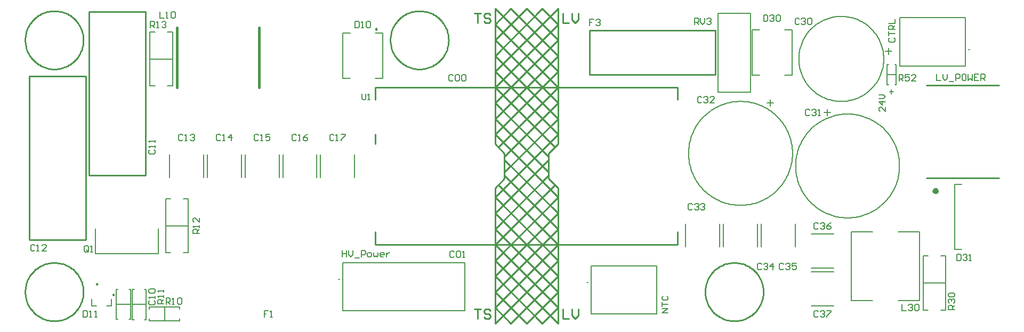
<source format=gto>
G04*
G04 #@! TF.GenerationSoftware,Altium Limited,Altium Designer,24.3.1 (35)*
G04*
G04 Layer_Color=65535*
%FSLAX25Y25*%
%MOIN*%
G70*
G04*
G04 #@! TF.SameCoordinates,FD519535-7E5F-4FBF-A31B-089F6CA01B13*
G04*
G04*
G04 #@! TF.FilePolarity,Positive*
G04*
G01*
G75*
%ADD10C,0.00787*%
%ADD11C,0.00984*%
%ADD12C,0.01968*%
%ADD13C,0.00591*%
%ADD14C,0.01575*%
%ADD15C,0.01000*%
%ADD16C,0.00630*%
%ADD17C,0.00500*%
D10*
X656496Y283465D02*
X656477Y284464D01*
X656421Y285462D01*
X656327Y286458D01*
X656196Y287449D01*
X656027Y288434D01*
X655822Y289413D01*
X655580Y290383D01*
X655301Y291343D01*
X654987Y292292D01*
X654637Y293229D01*
X654252Y294152D01*
X653833Y295059D01*
X653380Y295951D01*
X652894Y296824D01*
X652375Y297679D01*
X651825Y298513D01*
X651243Y299326D01*
X650631Y300117D01*
X649990Y300885D01*
X649321Y301627D01*
X648624Y302344D01*
X647900Y303034D01*
X647152Y303696D01*
X646379Y304330D01*
X645582Y304935D01*
X644763Y305508D01*
X643924Y306051D01*
X643064Y306562D01*
X642186Y307040D01*
X641291Y307485D01*
X640379Y307895D01*
X639453Y308271D01*
X638513Y308612D01*
X637561Y308918D01*
X636598Y309187D01*
X635626Y309420D01*
X634645Y309616D01*
X633658Y309775D01*
X632666Y309897D01*
X631670Y309982D01*
X630671Y310029D01*
X629671Y310038D01*
X628672Y310010D01*
X627674Y309944D01*
X626680Y309841D01*
X625690Y309700D01*
X624706Y309523D01*
X623730Y309308D01*
X622762Y309057D01*
X621804Y308769D01*
X620858Y308446D01*
X619925Y308088D01*
X619006Y307694D01*
X618102Y307266D01*
X617215Y306805D01*
X616346Y306311D01*
X615497Y305784D01*
X614667Y305225D01*
X613860Y304636D01*
X613074Y304017D01*
X612313Y303369D01*
X611577Y302693D01*
X610867Y301989D01*
X610183Y301259D01*
X609528Y300504D01*
X608902Y299725D01*
X608305Y298923D01*
X607739Y298099D01*
X607204Y297254D01*
X606701Y296390D01*
X606232Y295507D01*
X605795Y294607D01*
X605393Y293692D01*
X605026Y292762D01*
X604694Y291819D01*
X604397Y290864D01*
X604137Y289899D01*
X603913Y288925D01*
X603726Y287943D01*
X603577Y286954D01*
X603464Y285961D01*
X603389Y284964D01*
X603351Y283964D01*
Y282965D01*
X603389Y281966D01*
X603464Y280969D01*
X603577Y279975D01*
X603726Y278987D01*
X603913Y278005D01*
X604137Y277030D01*
X604397Y276065D01*
X604694Y275110D01*
X605026Y274167D01*
X605393Y273237D01*
X605795Y272322D01*
X606232Y271422D01*
X606701Y270540D01*
X607204Y269675D01*
X607739Y268831D01*
X608305Y268007D01*
X608902Y267204D01*
X609528Y266425D01*
X610183Y265670D01*
X610867Y264940D01*
X611577Y264237D01*
X612313Y263560D01*
X613074Y262912D01*
X613859Y262293D01*
X614667Y261704D01*
X615496Y261145D01*
X616346Y260619D01*
X617215Y260124D01*
X618102Y259663D01*
X619006Y259235D01*
X619925Y258842D01*
X620858Y258483D01*
X621804Y258160D01*
X622762Y257872D01*
X623730Y257621D01*
X624706Y257406D01*
X625690Y257229D01*
X626680Y257088D01*
X627674Y256985D01*
X628672Y256919D01*
X629671Y256891D01*
X630671Y256900D01*
X631670Y256947D01*
X632666Y257032D01*
X633658Y257154D01*
X634645Y257313D01*
X635626Y257509D01*
X636598Y257742D01*
X637561Y258012D01*
X638513Y258317D01*
X639453Y258658D01*
X640379Y259034D01*
X641291Y259445D01*
X642186Y259889D01*
X643064Y260367D01*
X643924Y260878D01*
X644763Y261421D01*
X645582Y261995D01*
X646379Y262599D01*
X647152Y263233D01*
X647900Y263895D01*
X648624Y264585D01*
X649321Y265302D01*
X649990Y266045D01*
X650631Y266812D01*
X651243Y267603D01*
X651825Y268416D01*
X652375Y269250D01*
X652894Y270105D01*
X653380Y270979D01*
X653833Y271870D01*
X654252Y272778D01*
X654637Y273700D01*
X654987Y274637D01*
X655301Y275586D01*
X655580Y276546D01*
X655822Y277516D01*
X656027Y278495D01*
X656196Y279480D01*
X656327Y280471D01*
X656421Y281467D01*
X656477Y282465D01*
X656496Y283465D01*
X666339Y216535D02*
X666323Y217536D01*
X666277Y218535D01*
X666200Y219532D01*
X666092Y220527D01*
X665954Y221518D01*
X665786Y222504D01*
X665587Y223484D01*
X665358Y224458D01*
X665099Y225424D01*
X664810Y226382D01*
X664492Y227330D01*
X664145Y228269D01*
X663770Y229196D01*
X663366Y230111D01*
X662933Y231013D01*
X662474Y231902D01*
X661987Y232776D01*
X661474Y233634D01*
X660934Y234476D01*
X660369Y235302D01*
X659778Y236109D01*
X659163Y236898D01*
X658524Y237668D01*
X657862Y238417D01*
X657176Y239146D01*
X656469Y239853D01*
X655740Y240539D01*
X654991Y241201D01*
X654221Y241840D01*
X653432Y242455D01*
X652625Y243046D01*
X651799Y243611D01*
X650957Y244151D01*
X650098Y244664D01*
X649225Y245151D01*
X648336Y245611D01*
X647434Y246043D01*
X646519Y246447D01*
X645591Y246822D01*
X644653Y247169D01*
X643705Y247487D01*
X642747Y247776D01*
X641781Y248035D01*
X640807Y248264D01*
X639826Y248463D01*
X638840Y248631D01*
X637850Y248770D01*
X636855Y248877D01*
X635858Y248954D01*
X634859Y249000D01*
X633858Y249016D01*
X632858Y249000D01*
X631859Y248954D01*
X630861Y248877D01*
X629867Y248769D01*
X628876Y248631D01*
X627890Y248463D01*
X626910Y248264D01*
X625936Y248035D01*
X624970Y247776D01*
X624012Y247487D01*
X623063Y247169D01*
X622125Y246822D01*
X621198Y246447D01*
X620283Y246043D01*
X619381Y245611D01*
X618492Y245151D01*
X617618Y244664D01*
X616759Y244151D01*
X615917Y243611D01*
X615092Y243046D01*
X614285Y242455D01*
X613495Y241840D01*
X612726Y241201D01*
X611976Y240539D01*
X611248Y239853D01*
X610540Y239146D01*
X609855Y238417D01*
X609193Y237668D01*
X608553Y236898D01*
X607938Y236109D01*
X607348Y235302D01*
X606783Y234476D01*
X606243Y233634D01*
X605729Y232775D01*
X605243Y231902D01*
X604783Y231013D01*
X604351Y230111D01*
X603947Y229196D01*
X603571Y228269D01*
X603224Y227330D01*
X602906Y226382D01*
X602618Y225424D01*
X602359Y224458D01*
X602130Y223484D01*
X601931Y222504D01*
X601762Y221517D01*
X601624Y220527D01*
X601516Y219532D01*
X601440Y218535D01*
X601393Y217535D01*
X601378Y216535D01*
X601393Y215535D01*
X601440Y214536D01*
X601516Y213538D01*
X601624Y212544D01*
X601762Y211553D01*
X601931Y210567D01*
X602130Y209587D01*
X602359Y208613D01*
X602618Y207647D01*
X602907Y206689D01*
X603224Y205740D01*
X603571Y204802D01*
X603947Y203875D01*
X604351Y202960D01*
X604783Y202058D01*
X605243Y201169D01*
X605730Y200295D01*
X606243Y199437D01*
X606783Y198594D01*
X607348Y197769D01*
X607938Y196961D01*
X608554Y196173D01*
X609193Y195403D01*
X609855Y194653D01*
X610540Y193925D01*
X611248Y193217D01*
X611977Y192532D01*
X612726Y191870D01*
X613496Y191230D01*
X614285Y190615D01*
X615092Y190025D01*
X615917Y189460D01*
X616760Y188920D01*
X617618Y188407D01*
X618492Y187920D01*
X619381Y187460D01*
X620283Y187028D01*
X621198Y186624D01*
X622125Y186248D01*
X623064Y185901D01*
X624012Y185583D01*
X624970Y185295D01*
X625936Y185036D01*
X626910Y184807D01*
X627890Y184608D01*
X628876Y184440D01*
X629867Y184301D01*
X630862Y184194D01*
X631859Y184117D01*
X632858Y184071D01*
X633858Y184055D01*
X634859Y184071D01*
X635858Y184117D01*
X636855Y184194D01*
X637850Y184301D01*
X638841Y184440D01*
X639827Y184608D01*
X640807Y184807D01*
X641781Y185036D01*
X642747Y185295D01*
X643705Y185584D01*
X644654Y185902D01*
X645592Y186249D01*
X646519Y186624D01*
X647434Y187028D01*
X648336Y187460D01*
X649225Y187920D01*
X650099Y188407D01*
X650957Y188920D01*
X651799Y189460D01*
X652625Y190025D01*
X653432Y190616D01*
X654221Y191231D01*
X654991Y191870D01*
X655740Y192532D01*
X656469Y193218D01*
X657176Y193925D01*
X657862Y194654D01*
X658524Y195403D01*
X659163Y196173D01*
X659778Y196962D01*
X660369Y197769D01*
X660934Y198595D01*
X661474Y199437D01*
X661987Y200295D01*
X662474Y201169D01*
X662934Y202058D01*
X663366Y202960D01*
X663770Y203875D01*
X664145Y204802D01*
X664492Y205741D01*
X664810Y206689D01*
X665099Y207647D01*
X665358Y208613D01*
X665587Y209587D01*
X665786Y210567D01*
X665954Y211554D01*
X666092Y212544D01*
X666200Y213539D01*
X666277Y214536D01*
X666323Y215535D01*
X666339Y216535D01*
X599409Y224409D02*
X599394Y225410D01*
X599348Y226409D01*
X599271Y227406D01*
X599163Y228401D01*
X599025Y229392D01*
X598856Y230378D01*
X598658Y231358D01*
X598428Y232332D01*
X598170Y233298D01*
X597881Y234256D01*
X597563Y235204D01*
X597216Y236143D01*
X596840Y237070D01*
X596436Y237985D01*
X596004Y238887D01*
X595545Y239776D01*
X595058Y240650D01*
X594544Y241508D01*
X594005Y242350D01*
X593439Y243176D01*
X592849Y243983D01*
X592234Y244772D01*
X591595Y245542D01*
X590932Y246291D01*
X590247Y247020D01*
X589540Y247727D01*
X588811Y248413D01*
X588061Y249075D01*
X587292Y249714D01*
X586503Y250329D01*
X585695Y250920D01*
X584870Y251485D01*
X584028Y252025D01*
X583169Y252538D01*
X582295Y253025D01*
X581407Y253485D01*
X580505Y253917D01*
X579590Y254321D01*
X578662Y254696D01*
X577724Y255043D01*
X576776Y255361D01*
X575818Y255650D01*
X574852Y255909D01*
X573878Y256138D01*
X572897Y256337D01*
X571911Y256505D01*
X570921Y256644D01*
X569926Y256751D01*
X568929Y256828D01*
X567929Y256874D01*
X566929Y256890D01*
X565929Y256874D01*
X564930Y256828D01*
X563932Y256751D01*
X562938Y256644D01*
X561947Y256505D01*
X560961Y256337D01*
X559980Y256138D01*
X559007Y255909D01*
X558040Y255650D01*
X557083Y255361D01*
X556134Y255043D01*
X555196Y254696D01*
X554269Y254321D01*
X553354Y253917D01*
X552451Y253485D01*
X551563Y253025D01*
X550689Y252538D01*
X549830Y252025D01*
X548988Y251485D01*
X548163Y250920D01*
X547355Y250329D01*
X546566Y249714D01*
X545797Y249075D01*
X545047Y248413D01*
X544318Y247727D01*
X543611Y247020D01*
X542926Y246291D01*
X542263Y245542D01*
X541624Y244772D01*
X541009Y243983D01*
X540419Y243176D01*
X539853Y242350D01*
X539314Y241508D01*
X538800Y240650D01*
X538313Y239776D01*
X537854Y238887D01*
X537422Y237985D01*
X537018Y237070D01*
X536642Y236143D01*
X536295Y235204D01*
X535977Y234256D01*
X535689Y233298D01*
X535430Y232332D01*
X535201Y231358D01*
X535002Y230378D01*
X534833Y229392D01*
X534695Y228401D01*
X534587Y227406D01*
X534510Y226409D01*
X534464Y225410D01*
X534449Y224409D01*
X534464Y223409D01*
X534510Y222410D01*
X534587Y221412D01*
X534695Y220418D01*
X534833Y219427D01*
X535002Y218441D01*
X535201Y217461D01*
X535430Y216487D01*
X535689Y215521D01*
X535977Y214563D01*
X536295Y213614D01*
X536642Y212676D01*
X537018Y211749D01*
X537422Y210834D01*
X537854Y209932D01*
X538314Y209043D01*
X538800Y208169D01*
X539314Y207311D01*
X539854Y206468D01*
X540419Y205643D01*
X541009Y204836D01*
X541624Y204047D01*
X542264Y203277D01*
X542926Y202527D01*
X543611Y201799D01*
X544319Y201091D01*
X545047Y200406D01*
X545797Y199744D01*
X546567Y199104D01*
X547356Y198489D01*
X548163Y197899D01*
X548988Y197334D01*
X549831Y196794D01*
X550689Y196281D01*
X551563Y195794D01*
X552452Y195334D01*
X553354Y194902D01*
X554269Y194498D01*
X555196Y194122D01*
X556134Y193775D01*
X557083Y193457D01*
X558041Y193169D01*
X559007Y192910D01*
X559981Y192681D01*
X560961Y192482D01*
X561947Y192314D01*
X562938Y192175D01*
X563932Y192068D01*
X564930Y191991D01*
X565929Y191945D01*
X566929Y191929D01*
X567930Y191945D01*
X568929Y191991D01*
X569926Y192068D01*
X570921Y192175D01*
X571912Y192314D01*
X572898Y192482D01*
X573878Y192681D01*
X574852Y192910D01*
X575818Y193169D01*
X576776Y193458D01*
X577724Y193776D01*
X578663Y194123D01*
X579590Y194498D01*
X580505Y194902D01*
X581407Y195334D01*
X582296Y195794D01*
X583170Y196281D01*
X584028Y196794D01*
X584870Y197334D01*
X585696Y197899D01*
X586503Y198490D01*
X587292Y199105D01*
X588062Y199744D01*
X588811Y200406D01*
X589540Y201092D01*
X590247Y201799D01*
X590933Y202528D01*
X591595Y203277D01*
X592234Y204047D01*
X592849Y204836D01*
X593440Y205643D01*
X594005Y206469D01*
X594545Y207311D01*
X595058Y208170D01*
X595545Y209044D01*
X596004Y209932D01*
X596437Y210834D01*
X596840Y211749D01*
X597216Y212677D01*
X597563Y213615D01*
X597881Y214563D01*
X598170Y215521D01*
X598428Y216487D01*
X598658Y217461D01*
X598856Y218442D01*
X599025Y219428D01*
X599163Y220418D01*
X599271Y221413D01*
X599348Y222410D01*
X599394Y223410D01*
X599409Y224409D01*
X316142Y145669D02*
X315354D01*
X316142D01*
X710236Y289370D02*
X709449D01*
X710236D01*
X471654Y143701D02*
X470866D01*
X471654D01*
X532677Y166142D02*
Y180315D01*
X553937Y166142D02*
Y180315D01*
X577559Y166142D02*
Y180315D01*
X556299Y166142D02*
Y180315D01*
X601181Y166142D02*
Y180315D01*
X579921Y166142D02*
Y180315D01*
X611024Y152756D02*
X625197D01*
X611024Y174016D02*
X625197D01*
X611024Y129134D02*
X625197D01*
X611024Y150394D02*
X625197D01*
X594488Y301575D02*
X599016D01*
X594488Y273228D02*
X599016D01*
X574213Y301575D02*
X578740D01*
X574213Y273228D02*
X578740D01*
X599016D02*
Y301575D01*
X574213Y273228D02*
Y301575D01*
X552953Y262795D02*
Y312008D01*
X573032D01*
Y262795D02*
Y312008D01*
X552953Y262795D02*
X573032D01*
X636024Y175394D02*
X649409D01*
X665551D02*
X678937D01*
X665551Y132480D02*
X678937D01*
X636024D02*
X649409D01*
X636024D02*
Y175394D01*
X678937Y132480D02*
Y175394D01*
X681102Y160236D02*
X684252D01*
X681102Y126378D02*
Y160236D01*
Y126378D02*
X684252D01*
X681102Y143307D02*
X695276D01*
X692126Y126378D02*
X695276D01*
Y160236D01*
X692126D02*
X695276D01*
X343110Y271260D02*
Y299606D01*
X318307Y271260D02*
Y299606D01*
X338583D02*
X343110D01*
X338583Y271260D02*
X343110D01*
X318307Y299606D02*
X322835D01*
X318307Y271260D02*
X322835D01*
X197638Y300394D02*
X200787D01*
X197638Y266535D02*
Y300394D01*
Y266535D02*
X200787D01*
X197638Y283465D02*
X211811D01*
X208661Y266535D02*
X211811D01*
Y300394D01*
X208661D02*
X211811D01*
X304331Y209449D02*
Y223622D01*
X325590Y209449D02*
Y223622D01*
X280709Y209449D02*
Y223622D01*
X301969Y209449D02*
Y223622D01*
X257087Y209449D02*
Y223622D01*
X278346Y209449D02*
Y223622D01*
X233465Y209449D02*
Y223622D01*
X254724Y209449D02*
Y223622D01*
X209842Y209449D02*
Y223622D01*
X231102Y209449D02*
Y223622D01*
X218504Y196063D02*
X221654D01*
Y162205D02*
Y196063D01*
X218504Y162205D02*
X221654D01*
X207480Y179134D02*
X221654D01*
X207480Y162205D02*
X210630D01*
X207480D02*
Y196063D01*
X210630D01*
X173425Y128937D02*
Y133268D01*
X170472Y128937D02*
X173425D01*
X161221D02*
Y133268D01*
Y128937D02*
X164173D01*
X202756Y161614D02*
Y177362D01*
X163386Y161614D02*
X202756D01*
X163386D02*
Y177362D01*
X318110Y125866D02*
Y155905D01*
X394488D01*
X318110Y125866D02*
X394488D01*
Y155905D01*
X707480Y279134D02*
Y309173D01*
X666535Y279134D02*
X707480D01*
X666535Y309173D02*
X707480D01*
X666535Y279134D02*
Y309173D01*
X700787Y204921D02*
X705315D01*
X700787Y164370D02*
Y204921D01*
Y164370D02*
X705315D01*
X473622Y123898D02*
Y153937D01*
X514567D01*
X473622Y123898D02*
X514567D01*
Y153937D01*
D11*
X339665Y302165D02*
X338927Y302592D01*
Y301739D01*
X339665Y302165D01*
X175295Y136024D02*
X174557Y136450D01*
Y135597D01*
X175295Y136024D01*
X164823Y142717D02*
X164085Y143143D01*
Y142290D01*
X164823Y142717D01*
X581201Y137795D02*
X581173Y138798D01*
X581090Y139798D01*
X580952Y140792D01*
X580760Y141777D01*
X580514Y142750D01*
X580214Y143708D01*
X579862Y144647D01*
X579459Y145566D01*
X579006Y146462D01*
X578504Y147331D01*
X577956Y148171D01*
X577361Y148979D01*
X576723Y149754D01*
X576044Y150492D01*
X575324Y151192D01*
X574568Y151851D01*
X573776Y152467D01*
X572951Y153039D01*
X572096Y153564D01*
X571214Y154042D01*
X570306Y154470D01*
X569377Y154848D01*
X568428Y155174D01*
X567462Y155447D01*
X566483Y155666D01*
X565493Y155831D01*
X564496Y155942D01*
X563494Y155997D01*
X562490D01*
X561488Y155942D01*
X560491Y155831D01*
X559501Y155666D01*
X558522Y155447D01*
X557557Y155174D01*
X556607Y154848D01*
X555678Y154470D01*
X554770Y154042D01*
X553888Y153564D01*
X553033Y153039D01*
X552208Y152467D01*
X551416Y151851D01*
X550660Y151192D01*
X549940Y150492D01*
X549261Y149754D01*
X548623Y148979D01*
X548029Y148171D01*
X547480Y147331D01*
X546978Y146462D01*
X546525Y145566D01*
X546122Y144647D01*
X545770Y143708D01*
X545471Y142750D01*
X545224Y141777D01*
X545032Y140792D01*
X544894Y139798D01*
X544811Y138798D01*
X544783Y137795D01*
X544811Y136792D01*
X544894Y135792D01*
X545032Y134798D01*
X545224Y133813D01*
X545471Y132841D01*
X545770Y131883D01*
X546122Y130943D01*
X546525Y130024D01*
X546978Y129129D01*
X547480Y128260D01*
X548029Y127420D01*
X548623Y126611D01*
X549261Y125837D01*
X549940Y125098D01*
X550660Y124399D01*
X551416Y123740D01*
X552208Y123123D01*
X553033Y122552D01*
X553888Y122026D01*
X554770Y121548D01*
X555678Y121120D01*
X556607Y120743D01*
X557557Y120417D01*
X558522Y120144D01*
X559501Y119924D01*
X560491Y119759D01*
X561488Y119649D01*
X562490Y119594D01*
X563494Y119594D01*
X564496Y119649D01*
X565493Y119759D01*
X566483Y119924D01*
X567462Y120144D01*
X568428Y120417D01*
X569377Y120743D01*
X570306Y121120D01*
X571214Y121549D01*
X572096Y122026D01*
X572951Y122552D01*
X573776Y123123D01*
X574568Y123740D01*
X575325Y124399D01*
X576044Y125099D01*
X576723Y125837D01*
X577361Y126611D01*
X577956Y127420D01*
X578505Y128260D01*
X579006Y129129D01*
X579459Y130024D01*
X579862Y130943D01*
X580214Y131883D01*
X580514Y132841D01*
X580760Y133814D01*
X580953Y134798D01*
X581090Y135792D01*
X581173Y136792D01*
X581201Y137795D01*
X384350Y295276D02*
X384323Y296279D01*
X384240Y297279D01*
X384102Y298273D01*
X383910Y299257D01*
X383663Y300230D01*
X383364Y301188D01*
X383012Y302128D01*
X382609Y303047D01*
X382156Y303942D01*
X381654Y304811D01*
X381105Y305651D01*
X380511Y306460D01*
X379873Y307234D01*
X379193Y307972D01*
X378474Y308672D01*
X377717Y309331D01*
X376925Y309947D01*
X376101Y310519D01*
X375246Y311045D01*
X374363Y311522D01*
X373456Y311951D01*
X372526Y312328D01*
X371577Y312654D01*
X370612Y312927D01*
X369633Y313146D01*
X368643Y313312D01*
X367645Y313422D01*
X366643Y313477D01*
X365640D01*
X364638Y313422D01*
X363641Y313312D01*
X362651Y313146D01*
X361672Y312927D01*
X360706Y312654D01*
X359757Y312328D01*
X358827Y311951D01*
X357920Y311522D01*
X357037Y311045D01*
X356183Y310519D01*
X355358Y309947D01*
X354566Y309331D01*
X353809Y308672D01*
X353090Y307972D01*
X352410Y307234D01*
X351772Y306460D01*
X351178Y305651D01*
X350629Y304811D01*
X350128Y303942D01*
X349675Y303047D01*
X349271Y302128D01*
X348920Y301188D01*
X348620Y300230D01*
X348374Y299257D01*
X348181Y298273D01*
X348044Y297279D01*
X347961Y296279D01*
X347933Y295276D01*
X347961Y294272D01*
X348044Y293272D01*
X348181Y292279D01*
X348374Y291294D01*
X348620Y290321D01*
X348920Y289363D01*
X349271Y288423D01*
X349675Y287505D01*
X350128Y286609D01*
X350629Y285740D01*
X351178Y284900D01*
X351773Y284092D01*
X352411Y283317D01*
X353090Y282579D01*
X353809Y281879D01*
X354566Y281220D01*
X355358Y280604D01*
X356183Y280032D01*
X357037Y279506D01*
X357920Y279029D01*
X358827Y278601D01*
X359757Y278223D01*
X360706Y277897D01*
X361672Y277624D01*
X362651Y277405D01*
X363641Y277239D01*
X364638Y277129D01*
X365640Y277074D01*
X366644Y277074D01*
X367645Y277129D01*
X368643Y277239D01*
X369633Y277405D01*
X370612Y277624D01*
X371577Y277897D01*
X372526Y278223D01*
X373456Y278601D01*
X374364Y279029D01*
X375246Y279506D01*
X376101Y280032D01*
X376926Y280604D01*
X377717Y281220D01*
X378474Y281879D01*
X379193Y282579D01*
X379873Y283317D01*
X380511Y284092D01*
X381105Y284900D01*
X381654Y285740D01*
X382156Y286609D01*
X382609Y287505D01*
X383012Y288424D01*
X383364Y289363D01*
X383663Y290321D01*
X383910Y291294D01*
X384102Y292279D01*
X384240Y293273D01*
X384323Y294273D01*
X384350Y295276D01*
X156004D02*
X155976Y296279D01*
X155893Y297279D01*
X155756Y298273D01*
X155563Y299257D01*
X155317Y300230D01*
X155017Y301188D01*
X154666Y302128D01*
X154262Y303047D01*
X153809Y303942D01*
X153308Y304811D01*
X152759Y305651D01*
X152164Y306460D01*
X151526Y307234D01*
X150847Y307972D01*
X150128Y308672D01*
X149371Y309331D01*
X148579Y309947D01*
X147755Y310519D01*
X146900Y311045D01*
X146017Y311522D01*
X145110Y311951D01*
X144180Y312328D01*
X143231Y312654D01*
X142265Y312927D01*
X141286Y313146D01*
X140296Y313312D01*
X139299Y313422D01*
X138297Y313477D01*
X137294D01*
X136292Y313422D01*
X135294Y313312D01*
X134304Y313146D01*
X133325Y312927D01*
X132360Y312654D01*
X131411Y312328D01*
X130481Y311951D01*
X129574Y311522D01*
X128691Y311045D01*
X127836Y310519D01*
X127012Y309947D01*
X126220Y309331D01*
X125463Y308672D01*
X124744Y307972D01*
X124064Y307234D01*
X123426Y306460D01*
X122832Y305651D01*
X122283Y304811D01*
X121781Y303942D01*
X121328Y303047D01*
X120925Y302128D01*
X120573Y301188D01*
X120274Y300230D01*
X120027Y299257D01*
X119835Y298273D01*
X119697Y297279D01*
X119614Y296279D01*
X119587Y295276D01*
X119614Y294272D01*
X119697Y293272D01*
X119835Y292279D01*
X120027Y291294D01*
X120274Y290321D01*
X120573Y289363D01*
X120925Y288423D01*
X121328Y287505D01*
X121781Y286609D01*
X122283Y285740D01*
X122832Y284900D01*
X123426Y284092D01*
X124064Y283317D01*
X124744Y282579D01*
X125463Y281879D01*
X126220Y281220D01*
X127012Y280604D01*
X127836Y280032D01*
X128691Y279506D01*
X129574Y279029D01*
X130481Y278601D01*
X131411Y278223D01*
X132360Y277897D01*
X133325Y277624D01*
X134304Y277405D01*
X135294Y277239D01*
X136292Y277129D01*
X137294Y277074D01*
X138297Y277074D01*
X139299Y277129D01*
X140296Y277239D01*
X141286Y277405D01*
X142265Y277624D01*
X143231Y277897D01*
X144180Y278223D01*
X145110Y278601D01*
X146017Y279029D01*
X146900Y279506D01*
X147755Y280032D01*
X148579Y280604D01*
X149371Y281220D01*
X150128Y281879D01*
X150847Y282579D01*
X151527Y283317D01*
X152164Y284092D01*
X152759Y284900D01*
X153308Y285740D01*
X153809Y286609D01*
X154262Y287505D01*
X154666Y288424D01*
X155017Y289363D01*
X155317Y290321D01*
X155563Y291294D01*
X155756Y292279D01*
X155893Y293273D01*
X155976Y294273D01*
X156004Y295276D01*
Y137795D02*
X155976Y138798D01*
X155893Y139798D01*
X155756Y140792D01*
X155563Y141777D01*
X155317Y142750D01*
X155017Y143708D01*
X154666Y144647D01*
X154262Y145566D01*
X153809Y146462D01*
X153308Y147331D01*
X152759Y148171D01*
X152164Y148979D01*
X151526Y149754D01*
X150847Y150492D01*
X150128Y151192D01*
X149371Y151851D01*
X148579Y152467D01*
X147755Y153039D01*
X146900Y153564D01*
X146017Y154042D01*
X145110Y154470D01*
X144180Y154848D01*
X143231Y155174D01*
X142265Y155447D01*
X141286Y155666D01*
X140296Y155831D01*
X139299Y155942D01*
X138297Y155997D01*
X137294D01*
X136292Y155942D01*
X135294Y155831D01*
X134304Y155666D01*
X133325Y155447D01*
X132360Y155174D01*
X131411Y154848D01*
X130481Y154470D01*
X129574Y154042D01*
X128691Y153564D01*
X127836Y153039D01*
X127012Y152467D01*
X126220Y151851D01*
X125463Y151192D01*
X124744Y150492D01*
X124064Y149754D01*
X123426Y148979D01*
X122832Y148171D01*
X122283Y147331D01*
X121781Y146462D01*
X121328Y145566D01*
X120925Y144647D01*
X120573Y143708D01*
X120274Y142750D01*
X120027Y141777D01*
X119835Y140792D01*
X119697Y139798D01*
X119614Y138798D01*
X119587Y137795D01*
X119614Y136792D01*
X119697Y135792D01*
X119835Y134798D01*
X120027Y133813D01*
X120274Y132841D01*
X120573Y131883D01*
X120925Y130943D01*
X121328Y130024D01*
X121781Y129129D01*
X122283Y128260D01*
X122832Y127420D01*
X123426Y126611D01*
X124064Y125837D01*
X124744Y125098D01*
X125463Y124399D01*
X126220Y123740D01*
X127012Y123123D01*
X127836Y122552D01*
X128691Y122026D01*
X129574Y121548D01*
X130481Y121120D01*
X131411Y120743D01*
X132360Y120417D01*
X133325Y120144D01*
X134304Y119924D01*
X135294Y119759D01*
X136292Y119649D01*
X137294Y119594D01*
X138297Y119594D01*
X139299Y119649D01*
X140296Y119759D01*
X141286Y119924D01*
X142265Y120144D01*
X143231Y120417D01*
X144180Y120743D01*
X145110Y121120D01*
X146017Y121549D01*
X146900Y122026D01*
X147755Y122552D01*
X148579Y123123D01*
X149371Y123740D01*
X150128Y124399D01*
X150847Y125099D01*
X151527Y125837D01*
X152164Y126611D01*
X152759Y127420D01*
X153308Y128260D01*
X153809Y129129D01*
X154262Y130024D01*
X154666Y130943D01*
X155017Y131883D01*
X155317Y132841D01*
X155563Y133814D01*
X155756Y134798D01*
X155893Y135792D01*
X155976Y136792D01*
X156004Y137795D01*
X683268Y267126D02*
X728543D01*
X683268Y209055D02*
X728543D01*
X527559Y257874D02*
Y265748D01*
Y167323D02*
Y175197D01*
X338583Y257874D02*
Y265748D01*
Y230315D02*
Y236221D01*
Y167323D02*
Y175197D01*
Y167323D02*
X527559D01*
X338583Y265748D02*
X527559D01*
X442913Y118110D02*
X452756Y127953D01*
X433071Y118110D02*
X452756Y137795D01*
X423228Y118110D02*
X452756Y147638D01*
X413386Y118110D02*
X452756Y157480D01*
X413386Y127953D02*
X452756Y167323D01*
X413386Y137795D02*
X452756Y177165D01*
X413386Y147638D02*
X452756Y187008D01*
X413386Y157480D02*
X452756Y196850D01*
X413386Y167323D02*
X450787Y204724D01*
X413386Y177165D02*
X446850Y210630D01*
X413386Y187008D02*
X446850Y220472D01*
X413386Y196850D02*
X452756Y236221D01*
X419291Y212598D02*
X452756Y246063D01*
X419291Y222441D02*
X452756Y255906D01*
X415354Y228346D02*
X452756Y265748D01*
X413386Y236221D02*
X452756Y275590D01*
X413386Y246063D02*
X452756Y285433D01*
X413386Y255906D02*
X452756Y295276D01*
X413386Y265748D02*
X452756Y305118D01*
X413386D02*
X423228Y314961D01*
X413386Y295276D02*
X433071Y314961D01*
X413386Y285433D02*
X442913Y314961D01*
X413386Y275590D02*
X452756Y314961D01*
X413386Y127953D02*
X423228Y118110D01*
X413386Y137795D02*
X433071Y118110D01*
X413386Y147638D02*
X442913Y118110D01*
X413386Y157480D02*
X452756Y118110D01*
X413386Y167323D02*
X452756Y127953D01*
X413386Y177165D02*
X452756Y137795D01*
X413386Y187008D02*
X452756Y147638D01*
X413386Y196850D02*
X452756Y157480D01*
X415354Y204724D02*
X452756Y167323D01*
X419291Y210630D02*
X452756Y177165D01*
X419291Y220472D02*
X452756Y187008D01*
X413386Y236221D02*
X452756Y196850D01*
X413386Y246063D02*
X446850Y212598D01*
X413386Y255906D02*
X446850Y222441D01*
X413386Y265748D02*
X450787Y228346D01*
X413386Y275590D02*
X452756Y236221D01*
X413386Y285433D02*
X452756Y246063D01*
X413386Y295276D02*
X452756Y255906D01*
X413386Y305118D02*
X452756Y265748D01*
X442913Y314961D02*
X452756Y305118D01*
X433071Y314961D02*
X452756Y295276D01*
X423228Y314961D02*
X452756Y285433D01*
X423228Y314961D02*
Y314961D01*
X413386D02*
X452756Y275590D01*
Y118110D02*
Y202756D01*
X446850Y208661D02*
X452756Y202756D01*
X446850Y208661D02*
Y224410D01*
X452756Y230315D01*
Y314961D01*
X413386Y118110D02*
Y202756D01*
X419291Y208661D01*
Y224410D01*
X413386Y230315D02*
X419291Y224410D01*
X413386Y230315D02*
Y314961D01*
X400592Y312006D02*
X404528D01*
X402560D01*
Y306102D01*
X410431Y311022D02*
X409448Y312006D01*
X407480D01*
X406496Y311022D01*
Y310038D01*
X407480Y309054D01*
X409448D01*
X410431Y308070D01*
Y307086D01*
X409448Y306102D01*
X407480D01*
X406496Y307086D01*
X455710Y312006D02*
Y306102D01*
X459646D01*
X461614Y312006D02*
Y308070D01*
X463582Y306102D01*
X465550Y308070D01*
Y312006D01*
X455710Y126967D02*
Y121063D01*
X459646D01*
X461614Y126967D02*
Y123031D01*
X463582Y121063D01*
X465550Y123031D01*
Y126967D01*
X400592D02*
X404528D01*
X402560D01*
Y121063D01*
X410431Y125983D02*
X409448Y126967D01*
X407480D01*
X406496Y125983D01*
Y124999D01*
X407480Y124015D01*
X409448D01*
X410431Y123031D01*
Y122047D01*
X409448Y121063D01*
X407480D01*
X406496Y122047D01*
D12*
X689961Y200787D02*
X689468Y201640D01*
X688484D01*
X687992Y200787D01*
X688484Y199935D01*
X689468D01*
X689961Y200787D01*
D13*
X663417Y267323D02*
X664173D01*
Y279921D01*
X663417D02*
X664173D01*
X658661D02*
X659417D01*
X658661Y267323D02*
Y279921D01*
Y267323D02*
X659417D01*
X658661Y273622D02*
X664173D01*
X176673Y139272D02*
X177657D01*
X176673Y120571D02*
Y139272D01*
Y120571D02*
X177657D01*
X184547D02*
X185531D01*
Y139272D01*
X184547D02*
X185531D01*
X176673Y129921D02*
X185531D01*
X194095Y139370D02*
X195276D01*
Y120472D02*
Y139370D01*
X194095Y120472D02*
X195276D01*
X186614D02*
X187795D01*
X186614D02*
Y139370D01*
X187795D01*
X186614Y129921D02*
X195276D01*
X197244Y127165D02*
Y128347D01*
X216142D01*
Y127165D02*
Y128347D01*
Y119685D02*
Y120866D01*
X197244Y119685D02*
X216142D01*
X197244D02*
Y120866D01*
X206693Y119685D02*
Y128347D01*
X657480Y288385D02*
X661416D01*
X659448Y290353D02*
Y286417D01*
X621064Y248031D02*
Y251967D01*
X619096Y249999D02*
X623032D01*
X585631Y253937D02*
Y257873D01*
X583663Y255905D02*
X587599D01*
D14*
X265748Y265748D02*
Y303150D01*
X214567Y265748D02*
Y303150D01*
D15*
X122047Y170276D02*
Y272638D01*
X157480D01*
Y170276D02*
Y272638D01*
X122047Y170276D02*
X157480D01*
X159449Y210630D02*
Y312992D01*
X194882D01*
Y210630D02*
Y312992D01*
X159449Y210630D02*
X194882D01*
X472441Y273622D02*
X551181D01*
X472441Y301181D02*
X551181D01*
Y273622D02*
Y301181D01*
X472441Y273622D02*
Y301181D01*
D16*
X689637Y273949D02*
Y270014D01*
X692261D01*
X693573Y273949D02*
Y271326D01*
X694885Y270014D01*
X696197Y271326D01*
Y273949D01*
X697509Y269358D02*
X700133D01*
X701445Y270014D02*
Y273949D01*
X703412D01*
X704069Y273293D01*
Y271982D01*
X703412Y271326D01*
X701445D01*
X707348Y273949D02*
X706036D01*
X705380Y273293D01*
Y270670D01*
X706036Y270014D01*
X707348D01*
X708004Y270670D01*
Y273293D01*
X707348Y273949D01*
X709316D02*
Y270014D01*
X710628Y271326D01*
X711940Y270014D01*
Y273949D01*
X715876D02*
X713252D01*
Y270014D01*
X715876D01*
X713252Y271982D02*
X714564D01*
X717188Y270014D02*
Y273949D01*
X719156D01*
X719811Y273293D01*
Y271982D01*
X719156Y271326D01*
X717188D01*
X718500D02*
X719811Y270014D01*
X330053Y261810D02*
Y258531D01*
X330709Y257875D01*
X332021D01*
X332677Y258531D01*
Y261810D01*
X333989Y257875D02*
X335301D01*
X334645D01*
Y261810D01*
X333989Y261154D01*
X538059Y305119D02*
Y309054D01*
X540027D01*
X540683Y308399D01*
Y307087D01*
X540027Y306431D01*
X538059D01*
X539371D02*
X540683Y305119D01*
X541995Y309054D02*
Y306431D01*
X543307Y305119D01*
X544619Y306431D01*
Y309054D01*
X545931Y308399D02*
X546587Y309054D01*
X547899D01*
X548555Y308399D01*
Y307743D01*
X547899Y307087D01*
X547243D01*
X547899D01*
X548555Y306431D01*
Y305775D01*
X547899Y305119D01*
X546587D01*
X545931Y305775D01*
X666012Y269686D02*
Y273621D01*
X667980D01*
X668636Y272966D01*
Y271654D01*
X667980Y270998D01*
X666012D01*
X667324D02*
X668636Y269686D01*
X672572Y273621D02*
X669948D01*
Y271654D01*
X671260Y272309D01*
X671916D01*
X672572Y271654D01*
Y270342D01*
X671916Y269686D01*
X670604D01*
X669948Y270342D01*
X676508Y269686D02*
X673884D01*
X676508Y272309D01*
Y272966D01*
X675851Y273621D01*
X674540D01*
X673884Y272966D01*
X700787Y126642D02*
X696851D01*
Y128610D01*
X697507Y129266D01*
X698819D01*
X699475Y128610D01*
Y126642D01*
Y127954D02*
X700787Y129266D01*
X697507Y130578D02*
X696851Y131234D01*
Y132546D01*
X697507Y133202D01*
X698163D01*
X698819Y132546D01*
Y131890D01*
Y132546D01*
X699475Y133202D01*
X700131D01*
X700787Y132546D01*
Y131234D01*
X700131Y130578D01*
X697507Y134514D02*
X696851Y135170D01*
Y136481D01*
X697507Y137137D01*
X700131D01*
X700787Y136481D01*
Y135170D01*
X700131Y134514D01*
X697507D01*
X197836Y303150D02*
Y307086D01*
X199804D01*
X200460Y306430D01*
Y305118D01*
X199804Y304462D01*
X197836D01*
X199148D02*
X200460Y303150D01*
X201772D02*
X203084D01*
X202428D01*
Y307086D01*
X201772Y306430D01*
X205052D02*
X205708Y307086D01*
X207020D01*
X207676Y306430D01*
Y305774D01*
X207020Y305118D01*
X206364D01*
X207020D01*
X207676Y304462D01*
Y303806D01*
X207020Y303150D01*
X205708D01*
X205052Y303806D01*
X228346Y174214D02*
X224410D01*
Y176182D01*
X225066Y176838D01*
X226378D01*
X227034Y176182D01*
Y174214D01*
Y175526D02*
X228346Y176838D01*
Y178150D02*
Y179462D01*
Y178806D01*
X224410D01*
X225066Y178150D01*
X228346Y184054D02*
Y181430D01*
X225722Y184054D01*
X225066D01*
X224410Y183398D01*
Y182086D01*
X225066Y181430D01*
X206299Y130382D02*
X202363D01*
Y132350D01*
X203019Y133006D01*
X204331D01*
X204987Y132350D01*
Y130382D01*
Y131694D02*
X206299Y133006D01*
Y134318D02*
Y135630D01*
Y134974D01*
X202363D01*
X203019Y134318D01*
X206299Y137598D02*
Y138909D01*
Y138253D01*
X202363D01*
X203019Y137598D01*
X207679Y129922D02*
Y133858D01*
X209647D01*
X210303Y133202D01*
Y131890D01*
X209647Y131234D01*
X207679D01*
X208991D02*
X210303Y129922D01*
X211614D02*
X212926D01*
X212270D01*
Y133858D01*
X211614Y133202D01*
X214894D02*
X215550Y133858D01*
X216862D01*
X217518Y133202D01*
Y130578D01*
X216862Y129922D01*
X215550D01*
X214894Y130578D01*
Y133202D01*
X159055Y163255D02*
Y165879D01*
X158399Y166535D01*
X157087D01*
X156431Y165879D01*
Y163255D01*
X157087Y162599D01*
X158399D01*
X157743Y163911D02*
X159055Y162599D01*
X158399D02*
X159055Y163255D01*
X160367Y162599D02*
X161679D01*
X161023D01*
Y166535D01*
X160367Y165879D01*
X521653Y124674D02*
X517717D01*
X521653Y127297D01*
X517717D01*
Y128609D02*
Y131233D01*
Y129921D01*
X521653D01*
X518373Y135169D02*
X517717Y134513D01*
Y133201D01*
X518373Y132545D01*
X520997D01*
X521653Y133201D01*
Y134513D01*
X520997Y135169D01*
X667981Y129921D02*
Y125985D01*
X670605D01*
X671916Y129265D02*
X672572Y129921D01*
X673884D01*
X674540Y129265D01*
Y128609D01*
X673884Y127953D01*
X673228D01*
X673884D01*
X674540Y127297D01*
Y126641D01*
X673884Y125985D01*
X672572D01*
X671916Y126641D01*
X675852Y129265D02*
X676508Y129921D01*
X677820D01*
X678476Y129265D01*
Y126641D01*
X677820Y125985D01*
X676508D01*
X675852Y126641D01*
Y129265D01*
X203742Y312991D02*
Y309056D01*
X206366D01*
X207678D02*
X208989D01*
X208333D01*
Y312991D01*
X207678Y312335D01*
X210957D02*
X211613Y312991D01*
X212925D01*
X213581Y312335D01*
Y309712D01*
X212925Y309056D01*
X211613D01*
X210957Y309712D01*
Y312335D01*
X317918Y163713D02*
Y159777D01*
Y161745D01*
X320542D01*
Y163713D01*
Y159777D01*
X321854Y163713D02*
Y161089D01*
X323166Y159777D01*
X324478Y161089D01*
Y163713D01*
X325790Y159122D02*
X328414D01*
X329725Y159777D02*
Y163713D01*
X331693D01*
X332349Y163057D01*
Y161745D01*
X331693Y161089D01*
X329725D01*
X334317Y159777D02*
X335629D01*
X336285Y160433D01*
Y161745D01*
X335629Y162401D01*
X334317D01*
X333661Y161745D01*
Y160433D01*
X334317Y159777D01*
X337597Y162401D02*
Y160433D01*
X338253Y159777D01*
X338909Y160433D01*
X339565Y159777D01*
X340221Y160433D01*
Y162401D01*
X343500Y159777D02*
X342189D01*
X341533Y160433D01*
Y161745D01*
X342189Y162401D01*
X343500D01*
X344156Y161745D01*
Y161089D01*
X341533D01*
X345468Y162401D02*
Y159777D01*
Y161089D01*
X346124Y161745D01*
X346780Y162401D01*
X347436D01*
X475224Y308236D02*
X472600D01*
Y306268D01*
X473912D01*
X472600D01*
Y304300D01*
X476536Y307580D02*
X477192Y308236D01*
X478504D01*
X479160Y307580D01*
Y306924D01*
X478504Y306268D01*
X477848D01*
X478504D01*
X479160Y305612D01*
Y304956D01*
X478504Y304300D01*
X477192D01*
X476536Y304956D01*
X271654Y125984D02*
X269030D01*
Y124016D01*
X270342D01*
X269030D01*
Y122048D01*
X272966D02*
X274277D01*
X273621D01*
Y125984D01*
X272966Y125328D01*
X702101Y161417D02*
Y157481D01*
X704069D01*
X704725Y158137D01*
Y160761D01*
X704069Y161417D01*
X702101D01*
X706037Y160761D02*
X706693Y161417D01*
X708005D01*
X708661Y160761D01*
Y160105D01*
X708005Y159449D01*
X707349D01*
X708005D01*
X708661Y158793D01*
Y158137D01*
X708005Y157481D01*
X706693D01*
X706037Y158137D01*
X709973Y157481D02*
X711285D01*
X710629D01*
Y161417D01*
X709973Y160761D01*
X581366Y311023D02*
Y307087D01*
X583334D01*
X583990Y307743D01*
Y310367D01*
X583334Y311023D01*
X581366D01*
X585302Y310367D02*
X585958Y311023D01*
X587270D01*
X587926Y310367D01*
Y309711D01*
X587270Y309055D01*
X586614D01*
X587270D01*
X587926Y308399D01*
Y307743D01*
X587270Y307087D01*
X585958D01*
X585302Y307743D01*
X589238Y310367D02*
X589894Y311023D01*
X591206D01*
X591862Y310367D01*
Y307743D01*
X591206Y307087D01*
X589894D01*
X589238Y307743D01*
Y310367D01*
X155973Y125984D02*
Y122048D01*
X157940D01*
X158596Y122704D01*
Y125328D01*
X157940Y125984D01*
X155973D01*
X159908Y122048D02*
X161220D01*
X160564D01*
Y125984D01*
X159908Y125328D01*
X163188Y122048D02*
X164500D01*
X163844D01*
Y125984D01*
X163188Y125328D01*
X325789Y307086D02*
Y303150D01*
X327757D01*
X328413Y303806D01*
Y306430D01*
X327757Y307086D01*
X325789D01*
X329725Y303150D02*
X331037D01*
X330381D01*
Y307086D01*
X329725Y306430D01*
X333004D02*
X333661Y307086D01*
X334972D01*
X335628Y306430D01*
Y303806D01*
X334972Y303150D01*
X333661D01*
X333004Y303806D01*
Y306430D01*
X660105Y296589D02*
X659449Y295933D01*
Y294621D01*
X660105Y293966D01*
X662729D01*
X663385Y294621D01*
Y295933D01*
X662729Y296589D01*
X659449Y297901D02*
Y300525D01*
Y299213D01*
X663385D01*
Y301837D02*
X659449D01*
Y303805D01*
X660105Y304461D01*
X661417D01*
X662073Y303805D01*
Y301837D01*
Y303149D02*
X663385Y304461D01*
X659449Y305773D02*
X663385D01*
Y308397D01*
X615486Y125328D02*
X614830Y125984D01*
X613518D01*
X612863Y125328D01*
Y122704D01*
X613518Y122048D01*
X614830D01*
X615486Y122704D01*
X616798Y125328D02*
X617454Y125984D01*
X618766D01*
X619422Y125328D01*
Y124672D01*
X618766Y124016D01*
X618110D01*
X618766D01*
X619422Y123360D01*
Y122704D01*
X618766Y122048D01*
X617454D01*
X616798Y122704D01*
X620734Y125984D02*
X623358D01*
Y125328D01*
X620734Y122704D01*
Y122048D01*
X615486Y180446D02*
X614830Y181102D01*
X613518D01*
X612863Y180446D01*
Y177822D01*
X613518Y177166D01*
X614830D01*
X615486Y177822D01*
X616798Y180446D02*
X617454Y181102D01*
X618766D01*
X619422Y180446D01*
Y179790D01*
X618766Y179134D01*
X618110D01*
X618766D01*
X619422Y178478D01*
Y177822D01*
X618766Y177166D01*
X617454D01*
X616798Y177822D01*
X623358Y181102D02*
X622046Y180446D01*
X620734Y179134D01*
Y177822D01*
X621390Y177166D01*
X622702D01*
X623358Y177822D01*
Y178478D01*
X622702Y179134D01*
X620734D01*
X593833Y154855D02*
X593177Y155511D01*
X591865D01*
X591209Y154855D01*
Y152231D01*
X591865Y151575D01*
X593177D01*
X593833Y152231D01*
X595145Y154855D02*
X595801Y155511D01*
X597113D01*
X597769Y154855D01*
Y154199D01*
X597113Y153543D01*
X596457D01*
X597113D01*
X597769Y152887D01*
Y152231D01*
X597113Y151575D01*
X595801D01*
X595145Y152231D01*
X601704Y155511D02*
X599081D01*
Y153543D01*
X600392Y154199D01*
X601048D01*
X601704Y153543D01*
Y152231D01*
X601048Y151575D01*
X599736D01*
X599081Y152231D01*
X580053Y154855D02*
X579397Y155511D01*
X578086D01*
X577429Y154855D01*
Y152231D01*
X578086Y151575D01*
X579397D01*
X580053Y152231D01*
X581365Y154855D02*
X582021Y155511D01*
X583333D01*
X583989Y154855D01*
Y154199D01*
X583333Y153543D01*
X582677D01*
X583333D01*
X583989Y152887D01*
Y152231D01*
X583333Y151575D01*
X582021D01*
X581365Y152231D01*
X587269Y151575D02*
Y155511D01*
X585301Y153543D01*
X587925D01*
X536746Y192257D02*
X536090Y192913D01*
X534778D01*
X534122Y192257D01*
Y189633D01*
X534778Y188977D01*
X536090D01*
X536746Y189633D01*
X538058Y192257D02*
X538714Y192913D01*
X540026D01*
X540682Y192257D01*
Y191601D01*
X540026Y190945D01*
X539370D01*
X540026D01*
X540682Y190289D01*
Y189633D01*
X540026Y188977D01*
X538714D01*
X538058Y189633D01*
X541994Y192257D02*
X542650Y192913D01*
X543962D01*
X544618Y192257D01*
Y191601D01*
X543962Y190945D01*
X543306D01*
X543962D01*
X544618Y190289D01*
Y189633D01*
X543962Y188977D01*
X542650D01*
X541994Y189633D01*
X542652Y259186D02*
X541996Y259842D01*
X540684D01*
X540028Y259186D01*
Y256562D01*
X540684Y255906D01*
X541996D01*
X542652Y256562D01*
X543964Y259186D02*
X544620Y259842D01*
X545931D01*
X546588Y259186D01*
Y258530D01*
X545931Y257874D01*
X545276D01*
X545931D01*
X546588Y257218D01*
Y256562D01*
X545931Y255906D01*
X544620D01*
X543964Y256562D01*
X550523Y255906D02*
X547899D01*
X550523Y258530D01*
Y259186D01*
X549867Y259842D01*
X548555D01*
X547899Y259186D01*
X610237Y251312D02*
X609581Y251968D01*
X608269D01*
X607613Y251312D01*
Y248688D01*
X608269Y248032D01*
X609581D01*
X610237Y248688D01*
X611549Y251312D02*
X612205Y251968D01*
X613517D01*
X614173Y251312D01*
Y250656D01*
X613517Y250000D01*
X612861D01*
X613517D01*
X614173Y249344D01*
Y248688D01*
X613517Y248032D01*
X612205D01*
X611549Y248688D01*
X615485Y248032D02*
X616796D01*
X616141D01*
Y251968D01*
X615485Y251312D01*
X603675Y308399D02*
X603019Y309054D01*
X601708D01*
X601052Y308399D01*
Y305775D01*
X601708Y305119D01*
X603019D01*
X603675Y305775D01*
X604987Y308399D02*
X605643Y309054D01*
X606955D01*
X607611Y308399D01*
Y307743D01*
X606955Y307087D01*
X606299D01*
X606955D01*
X607611Y306431D01*
Y305775D01*
X606955Y305119D01*
X605643D01*
X604987Y305775D01*
X608923Y308399D02*
X609579Y309054D01*
X610891D01*
X611547Y308399D01*
Y305775D01*
X610891Y305119D01*
X609579D01*
X608923Y305775D01*
Y308399D01*
X312665Y235564D02*
X312009Y236220D01*
X310697D01*
X310041Y235564D01*
Y232940D01*
X310697Y232284D01*
X312009D01*
X312665Y232940D01*
X313977Y232284D02*
X315289D01*
X314633D01*
Y236220D01*
X313977Y235564D01*
X317256Y236220D02*
X319880D01*
Y235564D01*
X317256Y232940D01*
Y232284D01*
X289043Y235564D02*
X288387Y236220D01*
X287075D01*
X286419Y235564D01*
Y232940D01*
X287075Y232284D01*
X288387D01*
X289043Y232940D01*
X290355Y232284D02*
X291667D01*
X291011D01*
Y236220D01*
X290355Y235564D01*
X296258Y236220D02*
X294946Y235564D01*
X293634Y234252D01*
Y232940D01*
X294290Y232284D01*
X295602D01*
X296258Y232940D01*
Y233596D01*
X295602Y234252D01*
X293634D01*
X265421Y235564D02*
X264765Y236220D01*
X263453D01*
X262797Y235564D01*
Y232940D01*
X263453Y232284D01*
X264765D01*
X265421Y232940D01*
X266733Y232284D02*
X268044D01*
X267389D01*
Y236220D01*
X266733Y235564D01*
X272636Y236220D02*
X270012D01*
Y234252D01*
X271324Y234908D01*
X271980D01*
X272636Y234252D01*
Y232940D01*
X271980Y232284D01*
X270668D01*
X270012Y232940D01*
X241799Y235564D02*
X241143Y236220D01*
X239831D01*
X239175Y235564D01*
Y232940D01*
X239831Y232284D01*
X241143D01*
X241799Y232940D01*
X243111Y232284D02*
X244423D01*
X243766D01*
Y236220D01*
X243111Y235564D01*
X248358Y232284D02*
Y236220D01*
X246390Y234252D01*
X249014D01*
X218177Y235564D02*
X217521Y236220D01*
X216209D01*
X215553Y235564D01*
Y232940D01*
X216209Y232284D01*
X217521D01*
X218177Y232940D01*
X219489Y232284D02*
X220800D01*
X220145D01*
Y236220D01*
X219489Y235564D01*
X222768D02*
X223424Y236220D01*
X224736D01*
X225392Y235564D01*
Y234908D01*
X224736Y234252D01*
X224080D01*
X224736D01*
X225392Y233596D01*
Y232940D01*
X224736Y232284D01*
X223424D01*
X222768Y232940D01*
X125657Y166666D02*
X125001Y167322D01*
X123689D01*
X123033Y166666D01*
Y164042D01*
X123689Y163386D01*
X125001D01*
X125657Y164042D01*
X126969Y163386D02*
X128281D01*
X127625D01*
Y167322D01*
X126969Y166666D01*
X132872Y163386D02*
X130249D01*
X132872Y166010D01*
Y166666D01*
X132217Y167322D01*
X130905D01*
X130249Y166666D01*
X197507Y226707D02*
X196851Y226051D01*
Y224739D01*
X197507Y224083D01*
X200131D01*
X200787Y224739D01*
Y226051D01*
X200131Y226707D01*
X200787Y228018D02*
Y229330D01*
Y228674D01*
X196851D01*
X197507Y228018D01*
X200787Y231298D02*
Y232610D01*
Y231954D01*
X196851D01*
X197507Y231298D01*
Y132350D02*
X196851Y131694D01*
Y130382D01*
X197507Y129726D01*
X200131D01*
X200787Y130382D01*
Y131694D01*
X200131Y132350D01*
X200787Y133662D02*
Y134974D01*
Y134318D01*
X196851D01*
X197507Y133662D01*
Y136942D02*
X196851Y137598D01*
Y138909D01*
X197507Y139565D01*
X200131D01*
X200787Y138909D01*
Y137598D01*
X200131Y136942D01*
X197507D01*
X387796Y162729D02*
X387140Y163385D01*
X385828D01*
X385172Y162729D01*
Y160105D01*
X385828Y159450D01*
X387140D01*
X387796Y160105D01*
X389108Y162729D02*
X389764Y163385D01*
X391076D01*
X391732Y162729D01*
Y160105D01*
X391076Y159450D01*
X389764D01*
X389108Y160105D01*
Y162729D01*
X393044Y159450D02*
X394356D01*
X393700D01*
Y163385D01*
X393044Y162729D01*
X387140Y272966D02*
X386484Y273621D01*
X385172D01*
X384516Y272966D01*
Y270342D01*
X385172Y269686D01*
X386484D01*
X387140Y270342D01*
X388452Y272966D02*
X389108Y273621D01*
X390420D01*
X391076Y272966D01*
Y270342D01*
X390420Y269686D01*
X389108D01*
X388452Y270342D01*
Y272966D01*
X392388D02*
X393044Y273621D01*
X394356D01*
X395011Y272966D01*
Y270342D01*
X394356Y269686D01*
X393044D01*
X392388Y270342D01*
Y272966D01*
X657480Y253282D02*
Y250658D01*
X654856Y253282D01*
X654200D01*
X653544Y252626D01*
Y251314D01*
X654200Y250658D01*
X657480Y256561D02*
X653544D01*
X655512Y254594D01*
Y257217D01*
X653544Y258529D02*
X656168D01*
X657480Y259841D01*
X656168Y261153D01*
X653544D01*
D17*
X661313Y261602D02*
Y264173D01*
X662598Y262888D02*
X660028D01*
M02*

</source>
